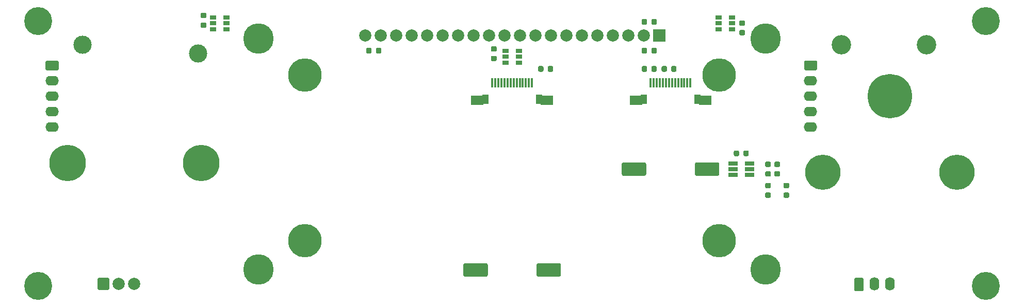
<source format=gbr>
%TF.GenerationSoftware,KiCad,Pcbnew,5.1.9-73d0e3b20d~88~ubuntu18.04.1*%
%TF.CreationDate,2021-01-03T17:57:53+01:00*%
%TF.ProjectId,ss_frontpanel_inner_plate,73735f66-726f-46e7-9470-616e656c5f69,rev?*%
%TF.SameCoordinates,Original*%
%TF.FileFunction,Soldermask,Bot*%
%TF.FilePolarity,Negative*%
%FSLAX46Y46*%
G04 Gerber Fmt 4.6, Leading zero omitted, Abs format (unit mm)*
G04 Created by KiCad (PCBNEW 5.1.9-73d0e3b20d~88~ubuntu18.04.1) date 2021-01-03 17:57:53*
%MOMM*%
%LPD*%
G01*
G04 APERTURE LIST*
%ADD10C,3.000000*%
%ADD11O,2.200000X1.600000*%
%ADD12C,2.000000*%
%ADD13C,6.000000*%
%ADD14C,5.800000*%
%ADD15C,7.300000*%
%ADD16C,3.200000*%
%ADD17O,1.600000X2.200000*%
%ADD18C,5.500000*%
%ADD19C,5.000000*%
%ADD20R,2.000000X2.000000*%
%ADD21R,1.560000X0.650000*%
%ADD22C,4.600000*%
%ADD23R,1.060000X0.650000*%
%ADD24R,1.000000X1.500000*%
%ADD25R,2.000000X1.500000*%
%ADD26R,0.300000X1.500000*%
G04 APERTURE END LIST*
D10*
%TO.C,ASM1*%
X79500000Y-56500000D03*
X98500000Y-58000000D03*
D11*
X74500000Y-65000000D03*
X74500000Y-62460000D03*
G36*
G01*
X75600000Y-59320000D02*
X75600000Y-60520000D01*
G75*
G02*
X75400000Y-60720000I-200000J0D01*
G01*
X73600000Y-60720000D01*
G75*
G02*
X73400000Y-60520000I0J200000D01*
G01*
X73400000Y-59320000D01*
G75*
G02*
X73600000Y-59120000I200000J0D01*
G01*
X75400000Y-59120000D01*
G75*
G02*
X75600000Y-59320000I0J-200000D01*
G01*
G37*
X74500000Y-70080000D03*
X74500000Y-67540000D03*
G36*
G01*
X83920000Y-95090000D02*
X83920000Y-96690000D01*
G75*
G02*
X83720000Y-96890000I-200000J0D01*
G01*
X82120000Y-96890000D01*
G75*
G02*
X81920000Y-96690000I0J200000D01*
G01*
X81920000Y-95090000D01*
G75*
G02*
X82120000Y-94890000I200000J0D01*
G01*
X83720000Y-94890000D01*
G75*
G02*
X83920000Y-95090000I0J-200000D01*
G01*
G37*
D12*
X85460000Y-95890000D03*
X88000000Y-95890000D03*
D13*
X77000000Y-76000000D03*
X99000000Y-76000000D03*
%TD*%
D14*
%TO.C,ASM2*%
X223000000Y-77500000D03*
D15*
X212000000Y-65000000D03*
D16*
X218000000Y-56500000D03*
X204000000Y-56500000D03*
D11*
X199000000Y-65000000D03*
X199000000Y-62460000D03*
G36*
G01*
X200100000Y-59320000D02*
X200100000Y-60520000D01*
G75*
G02*
X199900000Y-60720000I-200000J0D01*
G01*
X198100000Y-60720000D01*
G75*
G02*
X197900000Y-60520000I0J200000D01*
G01*
X197900000Y-59320000D01*
G75*
G02*
X198100000Y-59120000I200000J0D01*
G01*
X199900000Y-59120000D01*
G75*
G02*
X200100000Y-59320000I0J-200000D01*
G01*
G37*
X199000000Y-67540000D03*
X199000000Y-70080000D03*
D14*
X201000000Y-77500000D03*
D17*
X212000000Y-95890000D03*
X209460000Y-95890000D03*
G36*
G01*
X207720000Y-95100000D02*
X207720000Y-96900000D01*
G75*
G02*
X207520000Y-97100000I-200000J0D01*
G01*
X206320000Y-97100000D01*
G75*
G02*
X206120000Y-96900000I0J200000D01*
G01*
X206120000Y-95100000D01*
G75*
G02*
X206320000Y-94900000I200000J0D01*
G01*
X207520000Y-94900000D01*
G75*
G02*
X207720000Y-95100000I0J-200000D01*
G01*
G37*
%TD*%
D18*
%TO.C,OLED1*%
X116000000Y-88800000D03*
X184000000Y-88800000D03*
X116000000Y-61500000D03*
X184000000Y-61500000D03*
D19*
X191600000Y-55500000D03*
X191600000Y-93500000D03*
X108400000Y-93500000D03*
X108400000Y-55500000D03*
D12*
X125870000Y-55000000D03*
X128410000Y-55000000D03*
X130950000Y-55000000D03*
X133490000Y-55000000D03*
X136030000Y-55000000D03*
X138570000Y-55000000D03*
X141110000Y-55000000D03*
X143650000Y-55000000D03*
X146190000Y-55000000D03*
X148730000Y-55000000D03*
X151270000Y-55000000D03*
X153810000Y-55000000D03*
X156350000Y-55000000D03*
X158890000Y-55000000D03*
X161430000Y-55000000D03*
X163970000Y-55000000D03*
X166510000Y-55000000D03*
X169050000Y-55000000D03*
X171590000Y-55000000D03*
D20*
X174130000Y-55000000D03*
%TD*%
%TO.C,C13*%
G36*
G01*
X187950000Y-74656250D02*
X187950000Y-74143750D01*
G75*
G02*
X188168750Y-73925000I218750J0D01*
G01*
X188606250Y-73925000D01*
G75*
G02*
X188825000Y-74143750I0J-218750D01*
G01*
X188825000Y-74656250D01*
G75*
G02*
X188606250Y-74875000I-218750J0D01*
G01*
X188168750Y-74875000D01*
G75*
G02*
X187950000Y-74656250I0J218750D01*
G01*
G37*
G36*
G01*
X186375000Y-74656250D02*
X186375000Y-74143750D01*
G75*
G02*
X186593750Y-73925000I218750J0D01*
G01*
X187031250Y-73925000D01*
G75*
G02*
X187250000Y-74143750I0J-218750D01*
G01*
X187250000Y-74656250D01*
G75*
G02*
X187031250Y-74875000I-218750J0D01*
G01*
X186593750Y-74875000D01*
G75*
G02*
X186375000Y-74656250I0J218750D01*
G01*
G37*
%TD*%
D21*
%TO.C,U6*%
X186250000Y-77000000D03*
X186250000Y-76050000D03*
X186250000Y-77950000D03*
X188950000Y-77950000D03*
X188950000Y-77000000D03*
X188950000Y-76050000D03*
%TD*%
D22*
%TO.C,H4*%
X72250000Y-52670000D03*
%TD*%
%TO.C,H3*%
X227750000Y-52670000D03*
%TD*%
%TO.C,H2*%
X227750000Y-96200000D03*
%TD*%
%TO.C,H1*%
X72250000Y-96200000D03*
%TD*%
%TO.C,M4*%
G36*
G01*
X158000000Y-92750800D02*
X158000000Y-94449200D01*
G75*
G02*
X157749200Y-94700000I-250800J0D01*
G01*
X154250800Y-94700000D01*
G75*
G02*
X154000000Y-94449200I0J250800D01*
G01*
X154000000Y-92750800D01*
G75*
G02*
X154250800Y-92500000I250800J0D01*
G01*
X157749200Y-92500000D01*
G75*
G02*
X158000000Y-92750800I0J-250800D01*
G01*
G37*
G36*
G01*
X142000000Y-94449200D02*
X142000000Y-92750800D01*
G75*
G02*
X142250800Y-92500000I250800J0D01*
G01*
X145749200Y-92500000D01*
G75*
G02*
X146000000Y-92750800I0J-250800D01*
G01*
X146000000Y-94449200D01*
G75*
G02*
X145749200Y-94700000I-250800J0D01*
G01*
X142250800Y-94700000D01*
G75*
G02*
X142000000Y-94449200I0J250800D01*
G01*
G37*
%TD*%
%TO.C,M5*%
G36*
G01*
X184000000Y-76150800D02*
X184000000Y-77849200D01*
G75*
G02*
X183749200Y-78100000I-250800J0D01*
G01*
X180250800Y-78100000D01*
G75*
G02*
X180000000Y-77849200I0J250800D01*
G01*
X180000000Y-76150800D01*
G75*
G02*
X180250800Y-75900000I250800J0D01*
G01*
X183749200Y-75900000D01*
G75*
G02*
X184000000Y-76150800I0J-250800D01*
G01*
G37*
G36*
G01*
X168000000Y-77849200D02*
X168000000Y-76150800D01*
G75*
G02*
X168250800Y-75900000I250800J0D01*
G01*
X171749200Y-75900000D01*
G75*
G02*
X172000000Y-76150800I0J-250800D01*
G01*
X172000000Y-77849200D01*
G75*
G02*
X171749200Y-78100000I-250800J0D01*
G01*
X168250800Y-78100000D01*
G75*
G02*
X168000000Y-77849200I0J250800D01*
G01*
G37*
%TD*%
D23*
%TO.C,U5*%
X103100000Y-53000000D03*
X103100000Y-53950000D03*
X103100000Y-52050000D03*
X100900000Y-52050000D03*
X100900000Y-53000000D03*
X100900000Y-53950000D03*
%TD*%
%TO.C,U4*%
X151100000Y-58500000D03*
X151100000Y-59450000D03*
X151100000Y-57550000D03*
X148900000Y-57550000D03*
X148900000Y-58500000D03*
X148900000Y-59450000D03*
%TD*%
%TO.C,U3*%
X183900000Y-53000000D03*
X183900000Y-52050000D03*
X183900000Y-53950000D03*
X186100000Y-53950000D03*
X186100000Y-53000000D03*
X186100000Y-52050000D03*
%TD*%
%TO.C,R7*%
G36*
G01*
X193756250Y-76650000D02*
X193243750Y-76650000D01*
G75*
G02*
X193025000Y-76431250I0J218750D01*
G01*
X193025000Y-75993750D01*
G75*
G02*
X193243750Y-75775000I218750J0D01*
G01*
X193756250Y-75775000D01*
G75*
G02*
X193975000Y-75993750I0J-218750D01*
G01*
X193975000Y-76431250D01*
G75*
G02*
X193756250Y-76650000I-218750J0D01*
G01*
G37*
G36*
G01*
X193756250Y-78225000D02*
X193243750Y-78225000D01*
G75*
G02*
X193025000Y-78006250I0J218750D01*
G01*
X193025000Y-77568750D01*
G75*
G02*
X193243750Y-77350000I218750J0D01*
G01*
X193756250Y-77350000D01*
G75*
G02*
X193975000Y-77568750I0J-218750D01*
G01*
X193975000Y-78006250D01*
G75*
G02*
X193756250Y-78225000I-218750J0D01*
G01*
G37*
%TD*%
%TO.C,R3*%
G36*
G01*
X192256250Y-80150000D02*
X191743750Y-80150000D01*
G75*
G02*
X191525000Y-79931250I0J218750D01*
G01*
X191525000Y-79493750D01*
G75*
G02*
X191743750Y-79275000I218750J0D01*
G01*
X192256250Y-79275000D01*
G75*
G02*
X192475000Y-79493750I0J-218750D01*
G01*
X192475000Y-79931250D01*
G75*
G02*
X192256250Y-80150000I-218750J0D01*
G01*
G37*
G36*
G01*
X192256250Y-81725000D02*
X191743750Y-81725000D01*
G75*
G02*
X191525000Y-81506250I0J218750D01*
G01*
X191525000Y-81068750D01*
G75*
G02*
X191743750Y-80850000I218750J0D01*
G01*
X192256250Y-80850000D01*
G75*
G02*
X192475000Y-81068750I0J-218750D01*
G01*
X192475000Y-81506250D01*
G75*
G02*
X192256250Y-81725000I-218750J0D01*
G01*
G37*
%TD*%
%TO.C,R2*%
G36*
G01*
X195256250Y-80150000D02*
X194743750Y-80150000D01*
G75*
G02*
X194525000Y-79931250I0J218750D01*
G01*
X194525000Y-79493750D01*
G75*
G02*
X194743750Y-79275000I218750J0D01*
G01*
X195256250Y-79275000D01*
G75*
G02*
X195475000Y-79493750I0J-218750D01*
G01*
X195475000Y-79931250D01*
G75*
G02*
X195256250Y-80150000I-218750J0D01*
G01*
G37*
G36*
G01*
X195256250Y-81725000D02*
X194743750Y-81725000D01*
G75*
G02*
X194525000Y-81506250I0J218750D01*
G01*
X194525000Y-81068750D01*
G75*
G02*
X194743750Y-80850000I218750J0D01*
G01*
X195256250Y-80850000D01*
G75*
G02*
X195475000Y-81068750I0J-218750D01*
G01*
X195475000Y-81506250D01*
G75*
G02*
X195256250Y-81725000I-218750J0D01*
G01*
G37*
%TD*%
%TO.C,C12*%
G36*
G01*
X99093750Y-52850000D02*
X99606250Y-52850000D01*
G75*
G02*
X99825000Y-53068750I0J-218750D01*
G01*
X99825000Y-53506250D01*
G75*
G02*
X99606250Y-53725000I-218750J0D01*
G01*
X99093750Y-53725000D01*
G75*
G02*
X98875000Y-53506250I0J218750D01*
G01*
X98875000Y-53068750D01*
G75*
G02*
X99093750Y-52850000I218750J0D01*
G01*
G37*
G36*
G01*
X99093750Y-51275000D02*
X99606250Y-51275000D01*
G75*
G02*
X99825000Y-51493750I0J-218750D01*
G01*
X99825000Y-51931250D01*
G75*
G02*
X99606250Y-52150000I-218750J0D01*
G01*
X99093750Y-52150000D01*
G75*
G02*
X98875000Y-51931250I0J218750D01*
G01*
X98875000Y-51493750D01*
G75*
G02*
X99093750Y-51275000I218750J0D01*
G01*
G37*
%TD*%
%TO.C,C11*%
G36*
G01*
X146743750Y-58350000D02*
X147256250Y-58350000D01*
G75*
G02*
X147475000Y-58568750I0J-218750D01*
G01*
X147475000Y-59006250D01*
G75*
G02*
X147256250Y-59225000I-218750J0D01*
G01*
X146743750Y-59225000D01*
G75*
G02*
X146525000Y-59006250I0J218750D01*
G01*
X146525000Y-58568750D01*
G75*
G02*
X146743750Y-58350000I218750J0D01*
G01*
G37*
G36*
G01*
X146743750Y-56775000D02*
X147256250Y-56775000D01*
G75*
G02*
X147475000Y-56993750I0J-218750D01*
G01*
X147475000Y-57431250D01*
G75*
G02*
X147256250Y-57650000I-218750J0D01*
G01*
X146743750Y-57650000D01*
G75*
G02*
X146525000Y-57431250I0J218750D01*
G01*
X146525000Y-56993750D01*
G75*
G02*
X146743750Y-56775000I218750J0D01*
G01*
G37*
%TD*%
%TO.C,C10*%
G36*
G01*
X188006250Y-53400000D02*
X187493750Y-53400000D01*
G75*
G02*
X187275000Y-53181250I0J218750D01*
G01*
X187275000Y-52743750D01*
G75*
G02*
X187493750Y-52525000I218750J0D01*
G01*
X188006250Y-52525000D01*
G75*
G02*
X188225000Y-52743750I0J-218750D01*
G01*
X188225000Y-53181250D01*
G75*
G02*
X188006250Y-53400000I-218750J0D01*
G01*
G37*
G36*
G01*
X188006250Y-54975000D02*
X187493750Y-54975000D01*
G75*
G02*
X187275000Y-54756250I0J218750D01*
G01*
X187275000Y-54318750D01*
G75*
G02*
X187493750Y-54100000I218750J0D01*
G01*
X188006250Y-54100000D01*
G75*
G02*
X188225000Y-54318750I0J-218750D01*
G01*
X188225000Y-54756250D01*
G75*
G02*
X188006250Y-54975000I-218750J0D01*
G01*
G37*
%TD*%
%TO.C,C7*%
G36*
G01*
X191743750Y-77350000D02*
X192256250Y-77350000D01*
G75*
G02*
X192475000Y-77568750I0J-218750D01*
G01*
X192475000Y-78006250D01*
G75*
G02*
X192256250Y-78225000I-218750J0D01*
G01*
X191743750Y-78225000D01*
G75*
G02*
X191525000Y-78006250I0J218750D01*
G01*
X191525000Y-77568750D01*
G75*
G02*
X191743750Y-77350000I218750J0D01*
G01*
G37*
G36*
G01*
X191743750Y-75775000D02*
X192256250Y-75775000D01*
G75*
G02*
X192475000Y-75993750I0J-218750D01*
G01*
X192475000Y-76431250D01*
G75*
G02*
X192256250Y-76650000I-218750J0D01*
G01*
X191743750Y-76650000D01*
G75*
G02*
X191525000Y-76431250I0J218750D01*
G01*
X191525000Y-75993750D01*
G75*
G02*
X191743750Y-75775000I218750J0D01*
G01*
G37*
%TD*%
%TO.C,C6*%
G36*
G01*
X172850000Y-53006250D02*
X172850000Y-52493750D01*
G75*
G02*
X173068750Y-52275000I218750J0D01*
G01*
X173506250Y-52275000D01*
G75*
G02*
X173725000Y-52493750I0J-218750D01*
G01*
X173725000Y-53006250D01*
G75*
G02*
X173506250Y-53225000I-218750J0D01*
G01*
X173068750Y-53225000D01*
G75*
G02*
X172850000Y-53006250I0J218750D01*
G01*
G37*
G36*
G01*
X171275000Y-53006250D02*
X171275000Y-52493750D01*
G75*
G02*
X171493750Y-52275000I218750J0D01*
G01*
X171931250Y-52275000D01*
G75*
G02*
X172150000Y-52493750I0J-218750D01*
G01*
X172150000Y-53006250D01*
G75*
G02*
X171931250Y-53225000I-218750J0D01*
G01*
X171493750Y-53225000D01*
G75*
G02*
X171275000Y-53006250I0J218750D01*
G01*
G37*
%TD*%
%TO.C,C5*%
G36*
G01*
X172850000Y-57756250D02*
X172850000Y-57243750D01*
G75*
G02*
X173068750Y-57025000I218750J0D01*
G01*
X173506250Y-57025000D01*
G75*
G02*
X173725000Y-57243750I0J-218750D01*
G01*
X173725000Y-57756250D01*
G75*
G02*
X173506250Y-57975000I-218750J0D01*
G01*
X173068750Y-57975000D01*
G75*
G02*
X172850000Y-57756250I0J218750D01*
G01*
G37*
G36*
G01*
X171275000Y-57756250D02*
X171275000Y-57243750D01*
G75*
G02*
X171493750Y-57025000I218750J0D01*
G01*
X171931250Y-57025000D01*
G75*
G02*
X172150000Y-57243750I0J-218750D01*
G01*
X172150000Y-57756250D01*
G75*
G02*
X171931250Y-57975000I-218750J0D01*
G01*
X171493750Y-57975000D01*
G75*
G02*
X171275000Y-57756250I0J218750D01*
G01*
G37*
%TD*%
%TO.C,C4*%
G36*
G01*
X175400000Y-60243750D02*
X175400000Y-60756250D01*
G75*
G02*
X175181250Y-60975000I-218750J0D01*
G01*
X174743750Y-60975000D01*
G75*
G02*
X174525000Y-60756250I0J218750D01*
G01*
X174525000Y-60243750D01*
G75*
G02*
X174743750Y-60025000I218750J0D01*
G01*
X175181250Y-60025000D01*
G75*
G02*
X175400000Y-60243750I0J-218750D01*
G01*
G37*
G36*
G01*
X176975000Y-60243750D02*
X176975000Y-60756250D01*
G75*
G02*
X176756250Y-60975000I-218750J0D01*
G01*
X176318750Y-60975000D01*
G75*
G02*
X176100000Y-60756250I0J218750D01*
G01*
X176100000Y-60243750D01*
G75*
G02*
X176318750Y-60025000I218750J0D01*
G01*
X176756250Y-60025000D01*
G75*
G02*
X176975000Y-60243750I0J-218750D01*
G01*
G37*
%TD*%
%TO.C,C3*%
G36*
G01*
X172850000Y-60756250D02*
X172850000Y-60243750D01*
G75*
G02*
X173068750Y-60025000I218750J0D01*
G01*
X173506250Y-60025000D01*
G75*
G02*
X173725000Y-60243750I0J-218750D01*
G01*
X173725000Y-60756250D01*
G75*
G02*
X173506250Y-60975000I-218750J0D01*
G01*
X173068750Y-60975000D01*
G75*
G02*
X172850000Y-60756250I0J218750D01*
G01*
G37*
G36*
G01*
X171275000Y-60756250D02*
X171275000Y-60243750D01*
G75*
G02*
X171493750Y-60025000I218750J0D01*
G01*
X171931250Y-60025000D01*
G75*
G02*
X172150000Y-60243750I0J-218750D01*
G01*
X172150000Y-60756250D01*
G75*
G02*
X171931250Y-60975000I-218750J0D01*
G01*
X171493750Y-60975000D01*
G75*
G02*
X171275000Y-60756250I0J218750D01*
G01*
G37*
%TD*%
%TO.C,C2*%
G36*
G01*
X155850000Y-60756250D02*
X155850000Y-60243750D01*
G75*
G02*
X156068750Y-60025000I218750J0D01*
G01*
X156506250Y-60025000D01*
G75*
G02*
X156725000Y-60243750I0J-218750D01*
G01*
X156725000Y-60756250D01*
G75*
G02*
X156506250Y-60975000I-218750J0D01*
G01*
X156068750Y-60975000D01*
G75*
G02*
X155850000Y-60756250I0J218750D01*
G01*
G37*
G36*
G01*
X154275000Y-60756250D02*
X154275000Y-60243750D01*
G75*
G02*
X154493750Y-60025000I218750J0D01*
G01*
X154931250Y-60025000D01*
G75*
G02*
X155150000Y-60243750I0J-218750D01*
G01*
X155150000Y-60756250D01*
G75*
G02*
X154931250Y-60975000I-218750J0D01*
G01*
X154493750Y-60975000D01*
G75*
G02*
X154275000Y-60756250I0J218750D01*
G01*
G37*
%TD*%
%TO.C,C1*%
G36*
G01*
X127637500Y-57756250D02*
X127637500Y-57243750D01*
G75*
G02*
X127856250Y-57025000I218750J0D01*
G01*
X128293750Y-57025000D01*
G75*
G02*
X128512500Y-57243750I0J-218750D01*
G01*
X128512500Y-57756250D01*
G75*
G02*
X128293750Y-57975000I-218750J0D01*
G01*
X127856250Y-57975000D01*
G75*
G02*
X127637500Y-57756250I0J218750D01*
G01*
G37*
G36*
G01*
X126062500Y-57756250D02*
X126062500Y-57243750D01*
G75*
G02*
X126281250Y-57025000I218750J0D01*
G01*
X126718750Y-57025000D01*
G75*
G02*
X126937500Y-57243750I0J-218750D01*
G01*
X126937500Y-57756250D01*
G75*
G02*
X126718750Y-57975000I-218750J0D01*
G01*
X126281250Y-57975000D01*
G75*
G02*
X126062500Y-57756250I0J218750D01*
G01*
G37*
%TD*%
D24*
%TO.C,J1*%
X145600000Y-65500000D03*
X154400000Y-65500000D03*
D25*
X144300000Y-65700000D03*
X155700000Y-65700000D03*
D26*
X146750000Y-62800000D03*
X147250000Y-62800000D03*
X147750000Y-62800000D03*
X148250000Y-62800000D03*
X148750000Y-62800000D03*
X149250000Y-62800000D03*
X149750000Y-62800000D03*
X150250000Y-62800000D03*
X150750000Y-62800000D03*
X151250000Y-62800000D03*
X151750000Y-62800000D03*
X152250000Y-62800000D03*
X152750000Y-62800000D03*
X153250000Y-62800000D03*
%TD*%
D24*
%TO.C,J2*%
X171600000Y-65500000D03*
X180400000Y-65500000D03*
D25*
X170300000Y-65700000D03*
X181700000Y-65700000D03*
D26*
X172750000Y-62800000D03*
X173250000Y-62800000D03*
X173750000Y-62800000D03*
X174250000Y-62800000D03*
X174750000Y-62800000D03*
X175250000Y-62800000D03*
X175750000Y-62800000D03*
X176250000Y-62800000D03*
X176750000Y-62800000D03*
X177250000Y-62800000D03*
X177750000Y-62800000D03*
X178250000Y-62800000D03*
X178750000Y-62800000D03*
X179250000Y-62800000D03*
%TD*%
M02*

</source>
